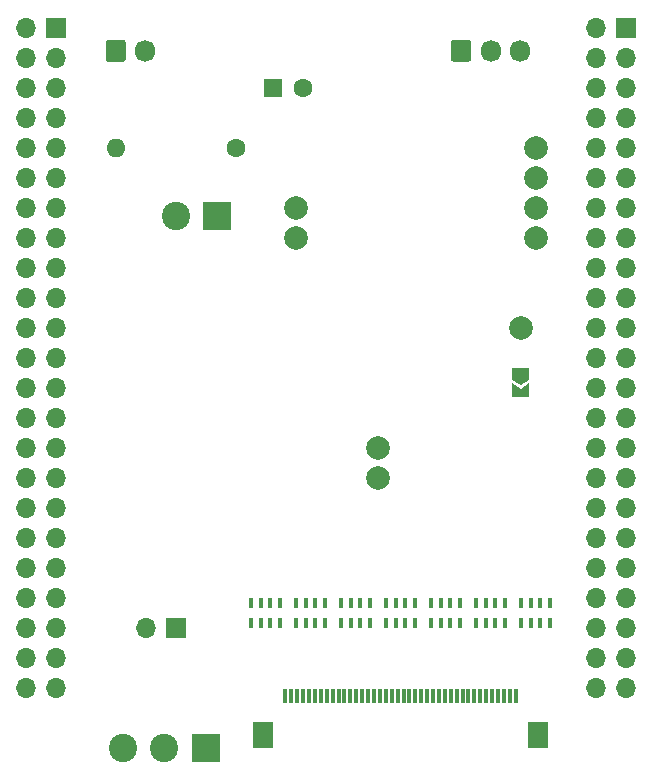
<source format=gbr>
G04 #@! TF.GenerationSoftware,KiCad,Pcbnew,5.1.5*
G04 #@! TF.CreationDate,2020-03-07T18:02:42+00:00*
G04 #@! TF.ProjectId,BB_Dash_Display,42425f44-6173-4685-9f44-6973706c6179,A2*
G04 #@! TF.SameCoordinates,PX43d3480PY41672a0*
G04 #@! TF.FileFunction,Soldermask,Bot*
G04 #@! TF.FilePolarity,Negative*
%FSLAX46Y46*%
G04 Gerber Fmt 4.6, Leading zero omitted, Abs format (unit mm)*
G04 Created by KiCad (PCBNEW 5.1.5) date 2020-03-07 18:02:42*
%MOMM*%
%LPD*%
G04 APERTURE LIST*
%ADD10O,1.700000X1.700000*%
%ADD11R,1.700000X1.700000*%
%ADD12O,1.600000X1.600000*%
%ADD13C,1.600000*%
%ADD14R,1.600000X1.600000*%
%ADD15C,0.100000*%
%ADD16C,2.400000*%
%ADD17R,2.400000X2.400000*%
%ADD18R,0.400000X0.900000*%
%ADD19C,2.000000*%
%ADD20R,0.300000X1.300000*%
%ADD21R,1.800000X2.200000*%
%ADD22O,1.700000X1.850000*%
G04 APERTURE END LIST*
D10*
X15240000Y-58420000D03*
D11*
X17780000Y-58420000D03*
D12*
X12700000Y-17780000D03*
D13*
X22860000Y-17780000D03*
X28535000Y-12700000D03*
D14*
X26035000Y-12700000D03*
D15*
G36*
X46990000Y-37867000D02*
G01*
X46240000Y-37367000D01*
X46240000Y-36367000D01*
X47740000Y-36367000D01*
X47740000Y-37367000D01*
X46990000Y-37867000D01*
G37*
G36*
X46240000Y-38817000D02*
G01*
X46240000Y-37667000D01*
X46990000Y-38167000D01*
X47740000Y-37667000D01*
X47740000Y-38817000D01*
X46240000Y-38817000D01*
G37*
D16*
X13320000Y-68580000D03*
X16820000Y-68580000D03*
D17*
X20320000Y-68580000D03*
D10*
X5080000Y-63500000D03*
X7620000Y-63500000D03*
X5080000Y-60960000D03*
X7620000Y-60960000D03*
X5080000Y-58420000D03*
X7620000Y-58420000D03*
X5080000Y-55880000D03*
X7620000Y-55880000D03*
X5080000Y-53340000D03*
X7620000Y-53340000D03*
X5080000Y-50800000D03*
X7620000Y-50800000D03*
X5080000Y-48260000D03*
X7620000Y-48260000D03*
X5080000Y-45720000D03*
X7620000Y-45720000D03*
X5080000Y-43180000D03*
X7620000Y-43180000D03*
X5080000Y-40640000D03*
X7620000Y-40640000D03*
X5080000Y-38100000D03*
X7620000Y-38100000D03*
X5080000Y-35560000D03*
X7620000Y-35560000D03*
X5080000Y-33020000D03*
X7620000Y-33020000D03*
X5080000Y-30480000D03*
X7620000Y-30480000D03*
X5080000Y-27940000D03*
X7620000Y-27940000D03*
X5080000Y-25400000D03*
X7620000Y-25400000D03*
X5080000Y-22860000D03*
X7620000Y-22860000D03*
X5080000Y-20320000D03*
X7620000Y-20320000D03*
X5080000Y-17780000D03*
X7620000Y-17780000D03*
X5080000Y-15240000D03*
X7620000Y-15240000D03*
X5080000Y-12700000D03*
X7620000Y-12700000D03*
X5080000Y-10160000D03*
X7620000Y-10160000D03*
X5080000Y-7620000D03*
D11*
X7620000Y-7620000D03*
D18*
X24200000Y-56300000D03*
X25000000Y-56300000D03*
X25800000Y-56300000D03*
X26600000Y-56300000D03*
X24200000Y-58000000D03*
X26600000Y-58000000D03*
X25000000Y-58000000D03*
X25800000Y-58000000D03*
X28010000Y-56300000D03*
X28810000Y-56300000D03*
X29610000Y-56300000D03*
X30410000Y-56300000D03*
X28010000Y-58000000D03*
X30410000Y-58000000D03*
X28810000Y-58000000D03*
X29610000Y-58000000D03*
X31820000Y-56300000D03*
X32620000Y-56300000D03*
X33420000Y-56300000D03*
X34220000Y-56300000D03*
X31820000Y-58000000D03*
X34220000Y-58000000D03*
X32620000Y-58000000D03*
X33420000Y-58000000D03*
X35630000Y-56300000D03*
X36430000Y-56300000D03*
X37230000Y-56300000D03*
X38030000Y-56300000D03*
X35630000Y-58000000D03*
X38030000Y-58000000D03*
X36430000Y-58000000D03*
X37230000Y-58000000D03*
X39440000Y-56300000D03*
X40240000Y-56300000D03*
X41040000Y-56300000D03*
X41840000Y-56300000D03*
X39440000Y-58000000D03*
X41840000Y-58000000D03*
X40240000Y-58000000D03*
X41040000Y-58000000D03*
X43250000Y-56300000D03*
X44050000Y-56300000D03*
X44850000Y-56300000D03*
X45650000Y-56300000D03*
X43250000Y-58000000D03*
X45650000Y-58000000D03*
X44050000Y-58000000D03*
X44850000Y-58000000D03*
D19*
X27940000Y-22860000D03*
X48260000Y-25400000D03*
X48260000Y-20320000D03*
X48260000Y-17780000D03*
X48260000Y-22860000D03*
X27940000Y-25400000D03*
X34925000Y-43180000D03*
X34925000Y-45720000D03*
X46990000Y-33020000D03*
D18*
X47060000Y-56300000D03*
X47860000Y-56300000D03*
X48660000Y-56300000D03*
X49460000Y-56300000D03*
X47060000Y-58000000D03*
X49460000Y-58000000D03*
X47860000Y-58000000D03*
X48660000Y-58000000D03*
D10*
X53340000Y-63500000D03*
X55880000Y-63500000D03*
X53340000Y-60960000D03*
X55880000Y-60960000D03*
X53340000Y-58420000D03*
X55880000Y-58420000D03*
X53340000Y-55880000D03*
X55880000Y-55880000D03*
X53340000Y-53340000D03*
X55880000Y-53340000D03*
X53340000Y-50800000D03*
X55880000Y-50800000D03*
X53340000Y-48260000D03*
X55880000Y-48260000D03*
X53340000Y-45720000D03*
X55880000Y-45720000D03*
X53340000Y-43180000D03*
X55880000Y-43180000D03*
X53340000Y-40640000D03*
X55880000Y-40640000D03*
X53340000Y-38100000D03*
X55880000Y-38100000D03*
X53340000Y-35560000D03*
X55880000Y-35560000D03*
X53340000Y-33020000D03*
X55880000Y-33020000D03*
X53340000Y-30480000D03*
X55880000Y-30480000D03*
X53340000Y-27940000D03*
X55880000Y-27940000D03*
X53340000Y-25400000D03*
X55880000Y-25400000D03*
X53340000Y-22860000D03*
X55880000Y-22860000D03*
X53340000Y-20320000D03*
X55880000Y-20320000D03*
X53340000Y-17780000D03*
X55880000Y-17780000D03*
X53340000Y-15240000D03*
X55880000Y-15240000D03*
X53340000Y-12700000D03*
X55880000Y-12700000D03*
X53340000Y-10160000D03*
X55880000Y-10160000D03*
X53340000Y-7620000D03*
D11*
X55880000Y-7620000D03*
D20*
X27080000Y-64190000D03*
X27580000Y-64190000D03*
X28080000Y-64190000D03*
X28580000Y-64190000D03*
X29080000Y-64190000D03*
X29580000Y-64190000D03*
X30080000Y-64190000D03*
X30580000Y-64190000D03*
X31080000Y-64190000D03*
X31580000Y-64190000D03*
X32080000Y-64190000D03*
X32580000Y-64190000D03*
X33080000Y-64190000D03*
X33580000Y-64190000D03*
X34080000Y-64190000D03*
X34580000Y-64190000D03*
X35080000Y-64190000D03*
X35580000Y-64190000D03*
X36080000Y-64190000D03*
X36580000Y-64190000D03*
X37080000Y-64190000D03*
X37580000Y-64190000D03*
X38080000Y-64190000D03*
X38580000Y-64190000D03*
X39080000Y-64190000D03*
X39580000Y-64190000D03*
X40080000Y-64190000D03*
X40580000Y-64190000D03*
X41080000Y-64190000D03*
X41580000Y-64190000D03*
X42080000Y-64190000D03*
X42580000Y-64190000D03*
X43080000Y-64190000D03*
X43580000Y-64190000D03*
X44080000Y-64190000D03*
X44580000Y-64190000D03*
X45080000Y-64190000D03*
X45580000Y-64190000D03*
X46080000Y-64190000D03*
X46580000Y-64190000D03*
D21*
X48480000Y-67440000D03*
X25180000Y-67440000D03*
D22*
X46950000Y-9525000D03*
X44450000Y-9525000D03*
D15*
G36*
X42574504Y-8601204D02*
G01*
X42598773Y-8604804D01*
X42622571Y-8610765D01*
X42645671Y-8619030D01*
X42667849Y-8629520D01*
X42688893Y-8642133D01*
X42708598Y-8656747D01*
X42726777Y-8673223D01*
X42743253Y-8691402D01*
X42757867Y-8711107D01*
X42770480Y-8732151D01*
X42780970Y-8754329D01*
X42789235Y-8777429D01*
X42795196Y-8801227D01*
X42798796Y-8825496D01*
X42800000Y-8850000D01*
X42800000Y-10200000D01*
X42798796Y-10224504D01*
X42795196Y-10248773D01*
X42789235Y-10272571D01*
X42780970Y-10295671D01*
X42770480Y-10317849D01*
X42757867Y-10338893D01*
X42743253Y-10358598D01*
X42726777Y-10376777D01*
X42708598Y-10393253D01*
X42688893Y-10407867D01*
X42667849Y-10420480D01*
X42645671Y-10430970D01*
X42622571Y-10439235D01*
X42598773Y-10445196D01*
X42574504Y-10448796D01*
X42550000Y-10450000D01*
X41350000Y-10450000D01*
X41325496Y-10448796D01*
X41301227Y-10445196D01*
X41277429Y-10439235D01*
X41254329Y-10430970D01*
X41232151Y-10420480D01*
X41211107Y-10407867D01*
X41191402Y-10393253D01*
X41173223Y-10376777D01*
X41156747Y-10358598D01*
X41142133Y-10338893D01*
X41129520Y-10317849D01*
X41119030Y-10295671D01*
X41110765Y-10272571D01*
X41104804Y-10248773D01*
X41101204Y-10224504D01*
X41100000Y-10200000D01*
X41100000Y-8850000D01*
X41101204Y-8825496D01*
X41104804Y-8801227D01*
X41110765Y-8777429D01*
X41119030Y-8754329D01*
X41129520Y-8732151D01*
X41142133Y-8711107D01*
X41156747Y-8691402D01*
X41173223Y-8673223D01*
X41191402Y-8656747D01*
X41211107Y-8642133D01*
X41232151Y-8629520D01*
X41254329Y-8619030D01*
X41277429Y-8610765D01*
X41301227Y-8604804D01*
X41325496Y-8601204D01*
X41350000Y-8600000D01*
X42550000Y-8600000D01*
X42574504Y-8601204D01*
G37*
D22*
X15200000Y-9525000D03*
D15*
G36*
X13324504Y-8601204D02*
G01*
X13348773Y-8604804D01*
X13372571Y-8610765D01*
X13395671Y-8619030D01*
X13417849Y-8629520D01*
X13438893Y-8642133D01*
X13458598Y-8656747D01*
X13476777Y-8673223D01*
X13493253Y-8691402D01*
X13507867Y-8711107D01*
X13520480Y-8732151D01*
X13530970Y-8754329D01*
X13539235Y-8777429D01*
X13545196Y-8801227D01*
X13548796Y-8825496D01*
X13550000Y-8850000D01*
X13550000Y-10200000D01*
X13548796Y-10224504D01*
X13545196Y-10248773D01*
X13539235Y-10272571D01*
X13530970Y-10295671D01*
X13520480Y-10317849D01*
X13507867Y-10338893D01*
X13493253Y-10358598D01*
X13476777Y-10376777D01*
X13458598Y-10393253D01*
X13438893Y-10407867D01*
X13417849Y-10420480D01*
X13395671Y-10430970D01*
X13372571Y-10439235D01*
X13348773Y-10445196D01*
X13324504Y-10448796D01*
X13300000Y-10450000D01*
X12100000Y-10450000D01*
X12075496Y-10448796D01*
X12051227Y-10445196D01*
X12027429Y-10439235D01*
X12004329Y-10430970D01*
X11982151Y-10420480D01*
X11961107Y-10407867D01*
X11941402Y-10393253D01*
X11923223Y-10376777D01*
X11906747Y-10358598D01*
X11892133Y-10338893D01*
X11879520Y-10317849D01*
X11869030Y-10295671D01*
X11860765Y-10272571D01*
X11854804Y-10248773D01*
X11851204Y-10224504D01*
X11850000Y-10200000D01*
X11850000Y-8850000D01*
X11851204Y-8825496D01*
X11854804Y-8801227D01*
X11860765Y-8777429D01*
X11869030Y-8754329D01*
X11879520Y-8732151D01*
X11892133Y-8711107D01*
X11906747Y-8691402D01*
X11923223Y-8673223D01*
X11941402Y-8656747D01*
X11961107Y-8642133D01*
X11982151Y-8629520D01*
X12004329Y-8619030D01*
X12027429Y-8610765D01*
X12051227Y-8604804D01*
X12075496Y-8601204D01*
X12100000Y-8600000D01*
X13300000Y-8600000D01*
X13324504Y-8601204D01*
G37*
D16*
X17780000Y-23495000D03*
D17*
X21280000Y-23495000D03*
M02*

</source>
